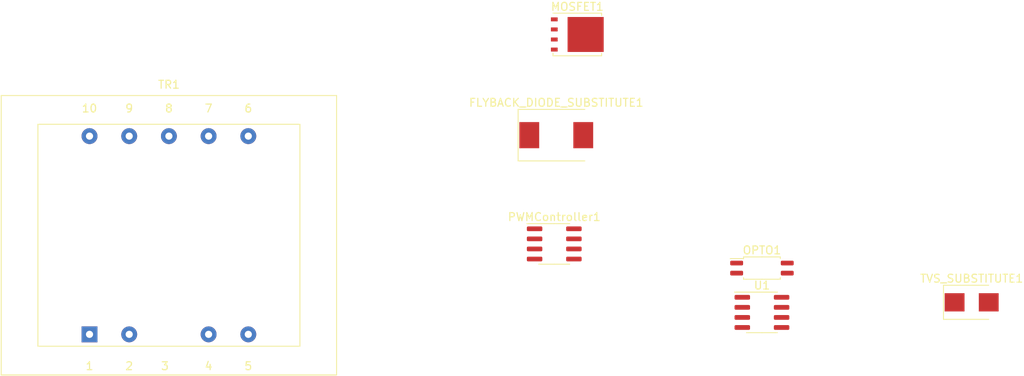
<source format=kicad_pcb>
(kicad_pcb (version 20211014) (generator pcbnew)
  (layers (0 "F.Cu" signal) (31 "B.Cu" signal) (34 "B.Paste" user) (35 "F.Paste" user) (36 "B.SilkS" user "B.Silkscreen") (37 "F.SilkS" user "F.Silkscreen") (38 "B.Mask" user) (39 "F.Mask" user) (44 "Edge.Cuts" user))
  (net 0 "")
  (net 1 "Net-(FLYBACK_DIODE_SUBSTITUTE1-Pad1)")
  (net 2 "Net-(FLYBACK_DIODE_SUBSTITUTE1-Pad2)")
  (net 3 "Net-(MOSFET1-Pad1)")
  (net 4 "Net-(MOSFET1-Pad4)")
  (net 5 "Net-(MOSFET1-Pad5)")
  (net 6 "Net-(RF1-Pad1)")
  (net 7 "Net-(OPTO1-Pad2)")
  (net 8 "Net-(RC1-Pad1)")
  (net 9 "Net-(PWMController1-Pad8)")
  (net 10 "Net-(PWMController1-Pad1)")
  (net 11 "Net-(PWMController1-Pad2)")
  (net 12 "Net-(PWMController1-Pad3)")
  (net 13 "Net-(PWMController1-Pad4)")
  (net 14 "GND")
  (net 15 "Net-(PWMController1-Pad6)")
  (net 16 "Net-(TVS_SUBSTITUTE1-Pad1)")
  (net 17 "Net-(TR1-Pad6)")
  (net 18 "GND1")
  (net 19 "Net-(RK1-Pad1)")
  (footprint "Package_SO:SOIC-8_3.9x4.9mm_P1.27mm" (layer "F.Cu") (at 99.568 62.738)
    (fp_text reference "PWMController1" (at 0 -3.4) (layer "F.SilkS"))
    (fp_text value "UC3843_SOIC8")
    (fp_line (start 0 2.56) (end -1.95 2.56) (layer "F.SilkS") (width 0.12))
    (fp_line (start 0 2.56) (end 1.95 2.56) (layer "F.SilkS") (width 0.12))
    (fp_line (start 0 -2.56) (end -3.45 -2.56) (layer "F.SilkS") (width 0.12))
    (fp_line (start 0 -2.56) (end 1.95 -2.56) (layer "F.SilkS") (width 0.12))
    (pad "1" smd roundrect (at -2.475 -1.905) (size 1.95 0.6) (layers "F.Cu" "F.Paste" "F.Mask") (net 10 "Net-(PWMController1-Pad1)"))
    (pad "2" smd roundrect (at -2.475 -0.635) (size 1.95 0.6) (layers "F.Cu" "F.Paste" "F.Mask") (net 11 "Net-(PWMController1-Pad2)"))
    (pad "3" smd roundrect (at -2.475 0.635) (size 1.95 0.6) (layers "F.Cu" "F.Paste" "F.Mask") (net 12 "Net-(PWMController1-Pad3)"))
    (pad "4" smd roundrect (at -2.475 1.905) (size 1.95 0.6) (layers "F.Cu" "F.Paste" "F.Mask") (net 13 "Net-(PWMController1-Pad4)"))
    (pad "5" smd roundrect (at 2.475 1.905) (size 1.95 0.6) (layers "F.Cu" "F.Paste" "F.Mask") (net 14 "GND"))
    (pad "6" smd roundrect (at 2.475 0.635) (size 1.95 0.6) (layers "F.Cu" "F.Paste" "F.Mask") (net 15 "Net-(PWMController1-Pad6)"))
    (pad "7" smd roundrect (at 2.475 -0.635) (size 1.95 0.6) (layers "F.Cu" "F.Paste" "F.Mask") (net 16 "Net-(TVS_SUBSTITUTE1-Pad1)"))
    (pad "8" smd roundrect (at 2.475 -1.905) (size 1.95 0.6) (layers "F.Cu" "F.Paste" "F.Mask") (net 9 "Net-(PWMController1-Pad8)"))
  )
  (footprint "Transformer_THT:Transformer_Breve_TEZ-35x42" (layer "F.Cu") (at 41.032 74.144)
    (fp_text reference "TR1" (at 10 -31.5) (layer "F.SilkS"))
    (fp_text value "ADT1-1")
    (fp_text user "9" (at 5 -28.5) (layer "F.SilkS"))
    (fp_text user "6" (at 20 -28.5) (layer "F.SilkS"))
    (fp_text user "7" (at 15 -28.5) (layer "F.SilkS"))
    (fp_text user "5" (at 20 4) (layer "F.SilkS"))
    (fp_text user "4" (at 15 4) (layer "F.SilkS"))
    (fp_text user "1" (at 0 4) (layer "F.SilkS"))
    (fp_text user "2" (at 5 4) (layer "F.SilkS"))
    (fp_text user "10" (at 0 -28.5) (layer "F.SilkS"))
    (fp_text user "3" (at 9.5 4) (layer "F.SilkS"))
    (fp_text user "8" (at 10 -28.5) (layer "F.SilkS"))
    (fp_line (start -6.5 -26.5) (end 26.5 -26.5) (layer "F.SilkS") (width 0.12))
    (fp_line (start 31.12 5.12) (end 31.12 -30.12) (layer "F.SilkS") (width 0.12))
    (fp_line (start 26.5 -26.5) (end 26.5 1.5) (layer "F.SilkS") (width 0.12))
    (fp_line (start -11.12 -30.12) (end 31.12 -30.12) (layer "F.SilkS") (width 0.12))
    (fp_line (start 31.12 5.12) (end -11.12 5.12) (layer "F.SilkS") (width 0.12))
    (fp_line (start -11.12 -30.12) (end -11.12 5.12) (layer "F.SilkS") (width 0.12))
    (fp_line (start -6.5 1.5) (end -6.5 -26.5) (layer "F.SilkS") (width 0.12))
    (fp_line (start 26.5 1.5) (end -6.5 1.5) (layer "F.SilkS") (width 0.12))
    (pad "1" thru_hole rect (at 0 0) (size 2 2) (drill 0.9) (layers *.Cu *.Mask) (net 5 "Net-(MOSFET1-Pad5)"))
    (pad "2" thru_hole circle (at 5 0) (size 2 2) (drill 0.9) (layers *.Cu *.Mask))
    (pad "4" thru_hole circle (at 15 0) (size 2 2) (drill 0.9) (layers *.Cu *.Mask) (net 2 "Net-(FLYBACK_DIODE_SUBSTITUTE1-Pad2)"))
    (pad "5" thru_hole circle (at 20 0) (size 2 2) (drill 0.9) (layers *.Cu *.Mask))
    (pad "6" thru_hole circle (at 20 -25) (size 2 2) (drill 0.9) (layers *.Cu *.Mask) (net 17 "Net-(TR1-Pad6)"))
    (pad "7" thru_hole circle (at 15 -25) (size 2 2) (drill 0.9) (layers *.Cu *.Mask))
    (pad "8" thru_hole circle (at 10 -25) (size 2 2) (drill 0.9) (layers *.Cu *.Mask))
    (pad "9" thru_hole circle (at 5 -25) (size 2 2) (drill 0.9) (layers *.Cu *.Mask))
    (pad "10" thru_hole circle (at 0 -25) (size 2 2) (drill 0.9) (layers *.Cu *.Mask))
  )
  (footprint "Package_SO:SOIC-8_3.9x4.9mm_P1.27mm" (layer "F.Cu") (at 125.73 71.374)
    (fp_text reference "U1" (at 0 -3.4) (layer "F.SilkS"))
    (fp_text value "TL431D")
    (fp_line (start 0 -2.56) (end -3.45 -2.56) (layer "F.SilkS") (width 0.12))
    (fp_line (start 0 -2.56) (end 1.95 -2.56) (layer "F.SilkS") (width 0.12))
    (fp_line (start 0 2.56) (end 1.95 2.56) (layer "F.SilkS") (width 0.12))
    (fp_line (start 0 2.56) (end -1.95 2.56) (layer "F.SilkS") (width 0.12))
    (pad "1" smd roundrect (at -2.475 -1.905) (size 1.95 0.6) (layers "F.Cu" "F.Paste" "F.Mask") (net 7 "Net-(OPTO1-Pad2)"))
    (pad "2" smd roundrect (at -2.475 -0.635) (size 1.95 0.6) (layers "F.Cu" "F.Paste" "F.Mask") (net 18 "GND1"))
    (pad "3" smd roundrect (at -2.475 0.635) (size 1.95 0.6) (layers "F.Cu" "F.Paste" "F.Mask") (net 18 "GND1"))
    (pad "4" smd roundrect (at -2.475 1.905) (size 1.95 0.6) (layers "F.Cu" "F.Paste" "F.Mask"))
    (pad "5" smd roundrect (at 2.475 1.905) (size 1.95 0.6) (layers "F.Cu" "F.Paste" "F.Mask"))
    (pad "6" smd roundrect (at 2.475 0.635) (size 1.95 0.6) (layers "F.Cu" "F.Paste" "F.Mask") (net 18 "GND1"))
    (pad "7" smd roundrect (at 2.475 -0.635) (size 1.95 0.6) (layers "F.Cu" "F.Paste" "F.Mask") (net 18 "GND1"))
    (pad "8" smd roundrect (at 2.475 -1.905) (size 1.95 0.6) (layers "F.Cu" "F.Paste" "F.Mask") (net 19 "Net-(RK1-Pad1)"))
  )
  (footprint "Diode_SMD:D_SMC" (layer "F.Cu") (at 99.822 49.022)
    (fp_text reference "FLYBACK_DIODE_SUBSTITUTE1" (at 0 -4.1) (layer "F.SilkS"))
    (fp_text value "Z3SMCxxx")
    (fp_line (start -4.8 3.25) (end 3.6 3.25) (layer "F.SilkS") (width 0.12))
    (fp_line (start -4.8 -3.25) (end 3.6 -3.25) (layer "F.SilkS") (width 0.12))
    (fp_line (start -4.8 3.25) (end -4.8 -3.25) (layer "F.SilkS") (width 0.12))
    (pad "1" smd rect (at -3.4 0 90) (size 3.3 2.5) (layers "F.Cu" "F.Paste" "F.Mask") (net 1 "Net-(FLYBACK_DIODE_SUBSTITUTE1-Pad1)"))
    (pad "2" smd rect (at 3.4 0 90) (size 3.3 2.5) (layers "F.Cu" "F.Paste" "F.Mask") (net 2 "Net-(FLYBACK_DIODE_SUBSTITUTE1-Pad2)"))
  )
  (footprint "Package_SO:SOP-4_4.4x2.6mm_P1.27mm" (layer "F.Cu") (at 125.73 65.786)
    (fp_text reference "OPTO1" (at 0 -2.25) (layer "F.SilkS"))
    (fp_text value "TCMT1107")
    (fp_line (start 2.31 -1.41) (end 2.31 -1.195) (layer "F.SilkS") (width 0.12))
    (fp_line (start 0 1.41) (end -2.31 1.41) (layer "F.SilkS") (width 0.12))
    (fp_line (start -2.31 -1.195) (end -4 -1.195) (layer "F.SilkS") (width 0.12))
    (fp_line (start 2.31 1.41) (end 2.31 1.195) (layer "F.SilkS") (width 0.12))
    (fp_line (start 0 -1.41) (end 2.31 -1.41) (layer "F.SilkS") (width 0.12))
    (fp_line (start -2.31 -1.41) (end -2.31 -1.195) (layer "F.SilkS") (width 0.12))
    (fp_line (start 0 -1.41) (end -2.31 -1.41) (layer "F.SilkS") (width 0.12))
    (fp_line (start -2.31 1.41) (end -2.31 1.195) (layer "F.SilkS") (width 0.12))
    (fp_line (start 0 1.41) (end 2.31 1.41) (layer "F.SilkS") (width 0.12))
    (pad "1" smd roundrect (at -3.1875 -0.635) (size 1.625 0.6) (layers "F.Cu" "F.Paste" "F.Mask") (net 6 "Net-(RF1-Pad1)"))
    (pad "2" smd roundrect (at -3.1875 0.635) (size 1.625 0.6) (layers "F.Cu" "F.Paste" "F.Mask") (net 7 "Net-(OPTO1-Pad2)"))
    (pad "3" smd roundrect (at 3.1875 0.635) (size 1.625 0.6) (layers "F.Cu" "F.Paste" "F.Mask") (net 8 "Net-(RC1-Pad1)"))
    (pad "4" smd roundrect (at 3.1875 -0.635) (size 1.625 0.6) (layers "F.Cu" "F.Paste" "F.Mask") (net 9 "Net-(PWMController1-Pad8)"))
  )
  (footprint "Diode_SMD:D_SMB" (layer "F.Cu") (at 152.146 70.104)
    (fp_text reference "TVS_SUBSTITUTE1" (at 0 -3) (layer "F.SilkS"))
    (fp_text value "SM6T39A")
    (fp_line (start -3.55 -2.15) (end 2.15 -2.15) (layer "F.SilkS") (width 0.12))
    (fp_line (start -3.55 -2.15) (end -3.55 2.15) (layer "F.SilkS") (width 0.12))
    (fp_line (start -3.55 2.15) (end 2.15 2.15) (layer "F.SilkS") (width 0.12))
    (pad "1" smd rect (at -2.15 0) (size 2.5 2.3) (layers "F.Cu" "F.Paste" "F.Mask") (net 16 "Net-(TVS_SUBSTITUTE1-Pad1)"))
    (pad "2" smd rect (at 2.15 0) (size 2.5 2.3) (layers "F.Cu" "F.Paste" "F.Mask") (net 3 "Net-(MOSFET1-Pad1)"))
  )
  (footprint "Package_TO_SOT_SMD:TDSON-8-1" (layer "F.Cu") (at 102.474 36.322)
    (fp_text reference "MOSFET1" (at 0 -3.5) (layer "F.SilkS"))
    (fp_text value "CSD19534Q5A")
    (fp_line (start 3.06 2.685) (end -3.06 2.685) (layer "F.SilkS") (width 0.12))
    (fp_line (start 3.06 -2.685) (end -3.06 -2.685) (layer "F.SilkS") (width 0.12))
    (fp_line (start -3.06 2.335) (end -3.06 2.685) (layer "F.SilkS") (width 0.12))
    (fp_line (start 3.06 -2.385) (end 3.06 -2.685) (layer "F.SilkS") (width 0.12))
    (fp_line (start 3.06 2.385) (end 3.06 2.685) (layer "F.SilkS") (width 0.12))
    (pad "1" smd rect (at -2.9 -1.905) (size 0.85 0.5) (layers "F.Cu" "F.Paste" "F.Mask") (net 3 "Net-(MOSFET1-Pad1)"))
    (pad "2" smd rect (at -2.9 -0.635) (size 0.85 0.5) (layers "F.Cu" "F.Paste" "F.Mask") (net 3 "Net-(MOSFET1-Pad1)"))
    (pad "3" smd rect (at -2.9 0.635) (size 0.85 0.5) (layers "F.Cu" "F.Paste" "F.Mask") (net 3 "Net-(MOSFET1-Pad1)"))
    (pad "4" smd rect (at -2.9 1.905) (size 0.85 0.5) (layers "F.Cu" "F.Paste" "F.Mask") (net 4 "Net-(MOSFET1-Pad4)"))
    (pad "5" smd rect (at 1.05 0) (size 4.55 4.41) (layers "F.Cu") (net 5 "Net-(MOSFET1-Pad5)"))
  )
)
</source>
